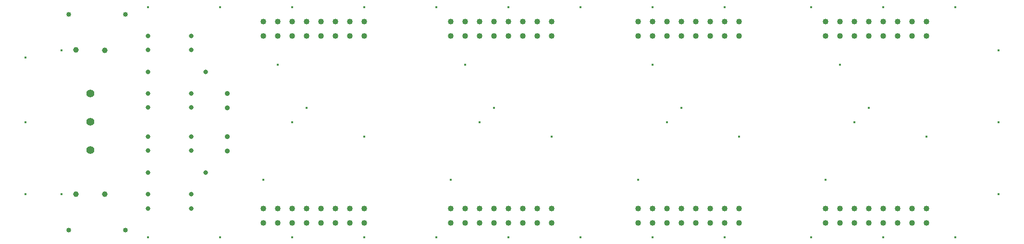
<source format=gbr>
%TF.GenerationSoftware,KiCad,Pcbnew,5.0.2-bee76a0~70~ubuntu18.04.1*%
%TF.CreationDate,2019-05-10T17:39:30+10:00*%
%TF.ProjectId,busboard,62757362-6f61-4726-942e-6b696361645f,rev?*%
%TF.SameCoordinates,Original*%
%TF.FileFunction,Plated,1,2,PTH,Drill*%
%TF.FilePolarity,Positive*%
%FSLAX46Y46*%
G04 Gerber Fmt 4.6, Leading zero omitted, Abs format (unit mm)*
G04 Created by KiCad (PCBNEW 5.0.2-bee76a0~70~ubuntu18.04.1) date Fri 10 May 2019 17:39:30 AEST*
%MOMM*%
%LPD*%
G01*
G04 APERTURE LIST*
%TA.AperFunction,ViaDrill*%
%ADD10C,0.400000*%
%TD*%
%TA.AperFunction,ComponentDrill*%
%ADD11C,0.800000*%
%TD*%
%TA.AperFunction,ComponentDrill*%
%ADD12C,0.850000*%
%TD*%
%TA.AperFunction,ComponentDrill*%
%ADD13C,0.900000*%
%TD*%
%TA.AperFunction,ComponentDrill*%
%ADD14C,1.000000*%
%TD*%
%TA.AperFunction,ComponentDrill*%
%ADD15C,1.016000*%
%TD*%
%TA.AperFunction,ComponentDrill*%
%ADD16C,1.400000*%
%TD*%
G04 APERTURE END LIST*
D10*
X31750000Y-52070000D03*
X31750000Y-63500000D03*
X31750000Y-76200000D03*
X38100000Y-50800000D03*
X38100000Y-76200000D03*
X53340000Y-43180000D03*
X53340000Y-83820000D03*
X66040000Y-43180000D03*
X66040000Y-83820000D03*
X73660000Y-73660000D03*
X76200000Y-53340000D03*
X78740000Y-43180000D03*
X78740000Y-63500000D03*
X78740000Y-83820000D03*
X81280000Y-60960000D03*
X91440000Y-43180000D03*
X91440000Y-66040000D03*
X91440000Y-83820000D03*
X104140000Y-43180000D03*
X104140000Y-83820000D03*
X106680000Y-73660000D03*
X109220000Y-53340000D03*
X111760000Y-63500000D03*
X114300000Y-60960000D03*
X116840000Y-43180000D03*
X116840000Y-83820000D03*
X124460000Y-66040000D03*
X129540000Y-43180000D03*
X129540000Y-83820000D03*
X139700000Y-73660000D03*
X142240000Y-43180000D03*
X142240000Y-53340000D03*
X142240000Y-83820000D03*
X144780000Y-63500000D03*
X147320000Y-60960000D03*
X154940000Y-43180000D03*
X154940000Y-83820000D03*
X157480000Y-66040000D03*
X170180000Y-43180000D03*
X170180000Y-83820000D03*
X172720000Y-73660000D03*
X175260000Y-53340000D03*
X177800000Y-63500000D03*
X180340000Y-60960000D03*
X182880000Y-43180000D03*
X182880000Y-83820000D03*
X190500000Y-66040000D03*
X195580000Y-43180000D03*
X195580000Y-83820000D03*
X203200000Y-50800000D03*
X203200000Y-63500000D03*
X203200000Y-76200000D03*
D11*
%TO.C,R1*%
X53340000Y-54610000D03*
X63500000Y-54610000D03*
%TO.C,C1*%
X53340000Y-58420000D03*
X53340000Y-60920000D03*
%TO.C,C8*%
X60960000Y-76240000D03*
X60960000Y-78740000D03*
%TO.C,R2*%
X53340000Y-72390000D03*
X63500000Y-72390000D03*
%TO.C,C4*%
X60960000Y-66040000D03*
X60960000Y-68540000D03*
%TO.C,C6*%
X53340000Y-76240000D03*
X53340000Y-78740000D03*
%TO.C,C2*%
X53340000Y-66040000D03*
X53340000Y-68540000D03*
%TO.C,C5*%
X53340000Y-48260000D03*
X53340000Y-50760000D03*
%TO.C,C7*%
X60960000Y-48260000D03*
X60960000Y-50760000D03*
%TO.C,C3*%
X60960000Y-58420000D03*
X60960000Y-60920000D03*
D12*
%TO.C,L2*%
X39370000Y-82550000D03*
X49370000Y-82550000D03*
%TO.C,L1*%
X39370000Y-44450000D03*
X49370000Y-44450000D03*
D13*
%TO.C,D2*%
X67310000Y-66040000D03*
X67310000Y-68580000D03*
%TO.C,D1*%
X67310000Y-58420000D03*
X67310000Y-60960000D03*
D14*
%TO.C,F1*%
X40640000Y-76200000D03*
X45720000Y-76210000D03*
%TO.C,F2*%
X40640000Y-50790000D03*
X45720000Y-50800000D03*
D15*
%TO.C,J3*%
X106680000Y-45720000D03*
X106680000Y-48260000D03*
X109220000Y-45720000D03*
X109220000Y-48260000D03*
X111760000Y-45720000D03*
X111760000Y-48260000D03*
X114300000Y-45720000D03*
X114300000Y-48260000D03*
X116840000Y-45720000D03*
X116840000Y-48260000D03*
X119380000Y-45720000D03*
X119380000Y-48260000D03*
X121920000Y-45720000D03*
X121920000Y-48260000D03*
X124460000Y-45720000D03*
X124460000Y-48260000D03*
%TO.C,J6*%
X73660000Y-78740000D03*
X73660000Y-81280000D03*
X76200000Y-78740000D03*
X76200000Y-81280000D03*
X78740000Y-78740000D03*
X78740000Y-81280000D03*
X81280000Y-78740000D03*
X81280000Y-81280000D03*
X83820000Y-78740000D03*
X83820000Y-81280000D03*
X86360000Y-78740000D03*
X86360000Y-81280000D03*
X88900000Y-78740000D03*
X88900000Y-81280000D03*
X91440000Y-78740000D03*
X91440000Y-81280000D03*
%TO.C,J9*%
X172720000Y-78740000D03*
X172720000Y-81280000D03*
X175260000Y-78740000D03*
X175260000Y-81280000D03*
X177800000Y-78740000D03*
X177800000Y-81280000D03*
X180340000Y-78740000D03*
X180340000Y-81280000D03*
X182880000Y-78740000D03*
X182880000Y-81280000D03*
X185420000Y-78740000D03*
X185420000Y-81280000D03*
X187960000Y-78740000D03*
X187960000Y-81280000D03*
X190500000Y-78740000D03*
X190500000Y-81280000D03*
%TO.C,J7*%
X106680000Y-78740000D03*
X106680000Y-81280000D03*
X109220000Y-78740000D03*
X109220000Y-81280000D03*
X111760000Y-78740000D03*
X111760000Y-81280000D03*
X114300000Y-78740000D03*
X114300000Y-81280000D03*
X116840000Y-78740000D03*
X116840000Y-81280000D03*
X119380000Y-78740000D03*
X119380000Y-81280000D03*
X121920000Y-78740000D03*
X121920000Y-81280000D03*
X124460000Y-78740000D03*
X124460000Y-81280000D03*
%TO.C,J5*%
X172720000Y-45720000D03*
X172720000Y-48260000D03*
X175260000Y-45720000D03*
X175260000Y-48260000D03*
X177800000Y-45720000D03*
X177800000Y-48260000D03*
X180340000Y-45720000D03*
X180340000Y-48260000D03*
X182880000Y-45720000D03*
X182880000Y-48260000D03*
X185420000Y-45720000D03*
X185420000Y-48260000D03*
X187960000Y-45720000D03*
X187960000Y-48260000D03*
X190500000Y-45720000D03*
X190500000Y-48260000D03*
%TO.C,J4*%
X139700000Y-45720000D03*
X139700000Y-48260000D03*
X142240000Y-45720000D03*
X142240000Y-48260000D03*
X144780000Y-45720000D03*
X144780000Y-48260000D03*
X147320000Y-45720000D03*
X147320000Y-48260000D03*
X149860000Y-45720000D03*
X149860000Y-48260000D03*
X152400000Y-45720000D03*
X152400000Y-48260000D03*
X154940000Y-45720000D03*
X154940000Y-48260000D03*
X157480000Y-45720000D03*
X157480000Y-48260000D03*
%TO.C,J2*%
X73660000Y-45720000D03*
X73660000Y-48260000D03*
X76200000Y-45720000D03*
X76200000Y-48260000D03*
X78740000Y-45720000D03*
X78740000Y-48260000D03*
X81280000Y-45720000D03*
X81280000Y-48260000D03*
X83820000Y-45720000D03*
X83820000Y-48260000D03*
X86360000Y-45720000D03*
X86360000Y-48260000D03*
X88900000Y-45720000D03*
X88900000Y-48260000D03*
X91440000Y-45720000D03*
X91440000Y-48260000D03*
%TO.C,J8*%
X139700000Y-78740000D03*
X139700000Y-81280000D03*
X142240000Y-78740000D03*
X142240000Y-81280000D03*
X144780000Y-78740000D03*
X144780000Y-81280000D03*
X147320000Y-78740000D03*
X147320000Y-81280000D03*
X149860000Y-78740000D03*
X149860000Y-81280000D03*
X152400000Y-78740000D03*
X152400000Y-81280000D03*
X154940000Y-78740000D03*
X154940000Y-81280000D03*
X157480000Y-78740000D03*
X157480000Y-81280000D03*
D16*
%TO.C,J1*%
X43180000Y-58420000D03*
X43180000Y-63420000D03*
X43180000Y-68420000D03*
M02*

</source>
